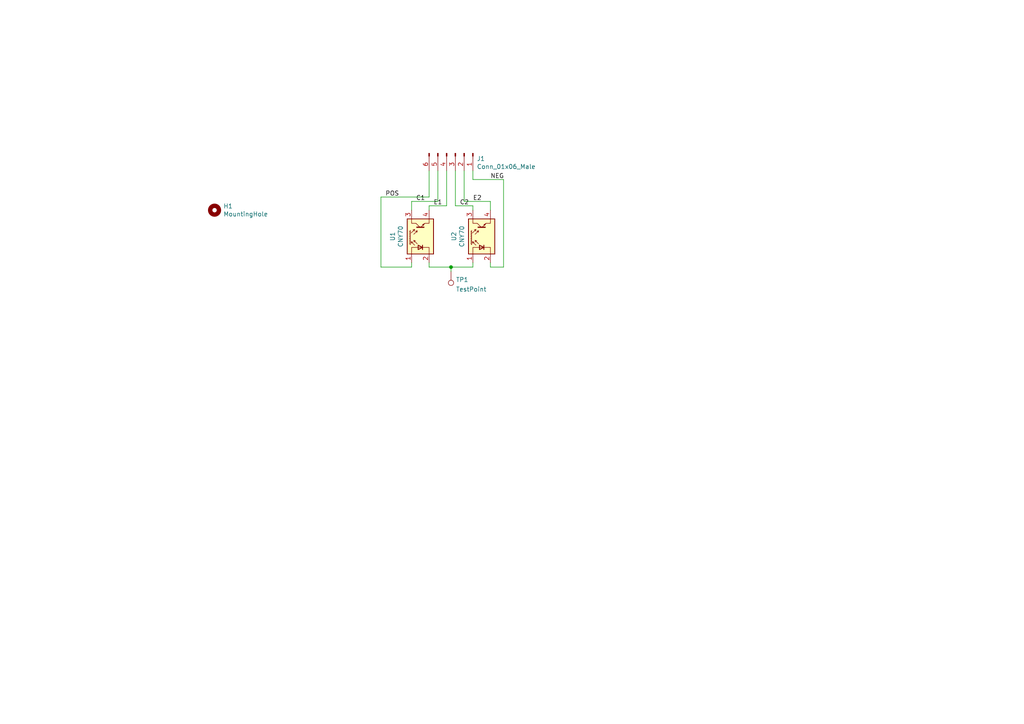
<source format=kicad_sch>
(kicad_sch (version 20211123) (generator eeschema)

  (uuid 804cc8c1-d2e9-4939-873d-482a768dd45c)

  (paper "A4")

  (lib_symbols
    (symbol "Connector:Conn_01x06_Male" (pin_names (offset 1.016) hide) (in_bom yes) (on_board yes)
      (property "Reference" "J" (id 0) (at 0 7.62 0)
        (effects (font (size 1.27 1.27)))
      )
      (property "Value" "Conn_01x06_Male" (id 1) (at 0 -10.16 0)
        (effects (font (size 1.27 1.27)))
      )
      (property "Footprint" "" (id 2) (at 0 0 0)
        (effects (font (size 1.27 1.27)) hide)
      )
      (property "Datasheet" "~" (id 3) (at 0 0 0)
        (effects (font (size 1.27 1.27)) hide)
      )
      (property "ki_keywords" "connector" (id 4) (at 0 0 0)
        (effects (font (size 1.27 1.27)) hide)
      )
      (property "ki_description" "Generic connector, single row, 01x06, script generated (kicad-library-utils/schlib/autogen/connector/)" (id 5) (at 0 0 0)
        (effects (font (size 1.27 1.27)) hide)
      )
      (property "ki_fp_filters" "Connector*:*_1x??_*" (id 6) (at 0 0 0)
        (effects (font (size 1.27 1.27)) hide)
      )
      (symbol "Conn_01x06_Male_1_1"
        (polyline
          (pts
            (xy 1.27 -7.62)
            (xy 0.8636 -7.62)
          )
          (stroke (width 0.1524) (type default) (color 0 0 0 0))
          (fill (type none))
        )
        (polyline
          (pts
            (xy 1.27 -5.08)
            (xy 0.8636 -5.08)
          )
          (stroke (width 0.1524) (type default) (color 0 0 0 0))
          (fill (type none))
        )
        (polyline
          (pts
            (xy 1.27 -2.54)
            (xy 0.8636 -2.54)
          )
          (stroke (width 0.1524) (type default) (color 0 0 0 0))
          (fill (type none))
        )
        (polyline
          (pts
            (xy 1.27 0)
            (xy 0.8636 0)
          )
          (stroke (width 0.1524) (type default) (color 0 0 0 0))
          (fill (type none))
        )
        (polyline
          (pts
            (xy 1.27 2.54)
            (xy 0.8636 2.54)
          )
          (stroke (width 0.1524) (type default) (color 0 0 0 0))
          (fill (type none))
        )
        (polyline
          (pts
            (xy 1.27 5.08)
            (xy 0.8636 5.08)
          )
          (stroke (width 0.1524) (type default) (color 0 0 0 0))
          (fill (type none))
        )
        (rectangle (start 0.8636 -7.493) (end 0 -7.747)
          (stroke (width 0.1524) (type default) (color 0 0 0 0))
          (fill (type outline))
        )
        (rectangle (start 0.8636 -4.953) (end 0 -5.207)
          (stroke (width 0.1524) (type default) (color 0 0 0 0))
          (fill (type outline))
        )
        (rectangle (start 0.8636 -2.413) (end 0 -2.667)
          (stroke (width 0.1524) (type default) (color 0 0 0 0))
          (fill (type outline))
        )
        (rectangle (start 0.8636 0.127) (end 0 -0.127)
          (stroke (width 0.1524) (type default) (color 0 0 0 0))
          (fill (type outline))
        )
        (rectangle (start 0.8636 2.667) (end 0 2.413)
          (stroke (width 0.1524) (type default) (color 0 0 0 0))
          (fill (type outline))
        )
        (rectangle (start 0.8636 5.207) (end 0 4.953)
          (stroke (width 0.1524) (type default) (color 0 0 0 0))
          (fill (type outline))
        )
        (pin passive line (at 5.08 5.08 180) (length 3.81)
          (name "Pin_1" (effects (font (size 1.27 1.27))))
          (number "1" (effects (font (size 1.27 1.27))))
        )
        (pin passive line (at 5.08 2.54 180) (length 3.81)
          (name "Pin_2" (effects (font (size 1.27 1.27))))
          (number "2" (effects (font (size 1.27 1.27))))
        )
        (pin passive line (at 5.08 0 180) (length 3.81)
          (name "Pin_3" (effects (font (size 1.27 1.27))))
          (number "3" (effects (font (size 1.27 1.27))))
        )
        (pin passive line (at 5.08 -2.54 180) (length 3.81)
          (name "Pin_4" (effects (font (size 1.27 1.27))))
          (number "4" (effects (font (size 1.27 1.27))))
        )
        (pin passive line (at 5.08 -5.08 180) (length 3.81)
          (name "Pin_5" (effects (font (size 1.27 1.27))))
          (number "5" (effects (font (size 1.27 1.27))))
        )
        (pin passive line (at 5.08 -7.62 180) (length 3.81)
          (name "Pin_6" (effects (font (size 1.27 1.27))))
          (number "6" (effects (font (size 1.27 1.27))))
        )
      )
    )
    (symbol "Connector:TestPoint" (pin_numbers hide) (pin_names (offset 0.762) hide) (in_bom yes) (on_board yes)
      (property "Reference" "TP" (id 0) (at 0 6.858 0)
        (effects (font (size 1.27 1.27)))
      )
      (property "Value" "TestPoint" (id 1) (at 0 5.08 0)
        (effects (font (size 1.27 1.27)))
      )
      (property "Footprint" "" (id 2) (at 5.08 0 0)
        (effects (font (size 1.27 1.27)) hide)
      )
      (property "Datasheet" "~" (id 3) (at 5.08 0 0)
        (effects (font (size 1.27 1.27)) hide)
      )
      (property "ki_keywords" "test point tp" (id 4) (at 0 0 0)
        (effects (font (size 1.27 1.27)) hide)
      )
      (property "ki_description" "test point" (id 5) (at 0 0 0)
        (effects (font (size 1.27 1.27)) hide)
      )
      (property "ki_fp_filters" "Pin* Test*" (id 6) (at 0 0 0)
        (effects (font (size 1.27 1.27)) hide)
      )
      (symbol "TestPoint_0_1"
        (circle (center 0 3.302) (radius 0.762)
          (stroke (width 0) (type default) (color 0 0 0 0))
          (fill (type none))
        )
      )
      (symbol "TestPoint_1_1"
        (pin passive line (at 0 0 90) (length 2.54)
          (name "1" (effects (font (size 1.27 1.27))))
          (number "1" (effects (font (size 1.27 1.27))))
        )
      )
    )
    (symbol "Mechanical:MountingHole" (pin_names (offset 1.016)) (in_bom yes) (on_board yes)
      (property "Reference" "H" (id 0) (at 0 5.08 0)
        (effects (font (size 1.27 1.27)))
      )
      (property "Value" "MountingHole" (id 1) (at 0 3.175 0)
        (effects (font (size 1.27 1.27)))
      )
      (property "Footprint" "" (id 2) (at 0 0 0)
        (effects (font (size 1.27 1.27)) hide)
      )
      (property "Datasheet" "~" (id 3) (at 0 0 0)
        (effects (font (size 1.27 1.27)) hide)
      )
      (property "ki_keywords" "mounting hole" (id 4) (at 0 0 0)
        (effects (font (size 1.27 1.27)) hide)
      )
      (property "ki_description" "Mounting Hole without connection" (id 5) (at 0 0 0)
        (effects (font (size 1.27 1.27)) hide)
      )
      (property "ki_fp_filters" "MountingHole*" (id 6) (at 0 0 0)
        (effects (font (size 1.27 1.27)) hide)
      )
      (symbol "MountingHole_0_1"
        (circle (center 0 0) (radius 1.27)
          (stroke (width 1.27) (type default) (color 0 0 0 0))
          (fill (type none))
        )
      )
    )
    (symbol "Sensor_Proximity:CNY70" (pin_names (offset 1.016) hide) (in_bom yes) (on_board yes)
      (property "Reference" "U" (id 0) (at -5.08 5.08 0)
        (effects (font (size 1.27 1.27)))
      )
      (property "Value" "CNY70" (id 1) (at 5.08 5.08 0)
        (effects (font (size 1.27 1.27)) (justify right))
      )
      (property "Footprint" "OptoDevice:Vishay_CNY70" (id 2) (at 0 -5.08 0)
        (effects (font (size 1.27 1.27)) hide)
      )
      (property "Datasheet" "https://www.vishay.com/docs/83751/cny70.pdf" (id 3) (at 0 2.54 0)
        (effects (font (size 1.27 1.27)) hide)
      )
      (property "ki_keywords" "Reflective Optical Sensor Opto" (id 4) (at 0 0 0)
        (effects (font (size 1.27 1.27)) hide)
      )
      (property "ki_description" "Reflective Optical Sensor with Transistor Output" (id 5) (at 0 0 0)
        (effects (font (size 1.27 1.27)) hide)
      )
      (property "ki_fp_filters" "Vishay*CNY70*" (id 6) (at 0 0 0)
        (effects (font (size 1.27 1.27)) hide)
      )
      (symbol "CNY70_0_1"
        (polyline
          (pts
            (xy -3.81 -0.635)
            (xy -2.54 -0.635)
          )
          (stroke (width 0.254) (type default) (color 0 0 0 0))
          (fill (type none))
        )
        (polyline
          (pts
            (xy -2.286 2.921)
            (xy -2.032 3.175)
          )
          (stroke (width 0) (type default) (color 0 0 0 0))
          (fill (type none))
        )
        (polyline
          (pts
            (xy -1.778 2.921)
            (xy -1.524 3.175)
          )
          (stroke (width 0) (type default) (color 0 0 0 0))
          (fill (type none))
        )
        (polyline
          (pts
            (xy -1.524 2.667)
            (xy -1.651 2.159)
          )
          (stroke (width 0) (type default) (color 0 0 0 0))
          (fill (type none))
        )
        (polyline
          (pts
            (xy -1.27 2.921)
            (xy -1.016 3.175)
          )
          (stroke (width 0) (type default) (color 0 0 0 0))
          (fill (type none))
        )
        (polyline
          (pts
            (xy -1.143 1.905)
            (xy -1.27 1.397)
          )
          (stroke (width 0) (type default) (color 0 0 0 0))
          (fill (type none))
        )
        (polyline
          (pts
            (xy -0.762 2.921)
            (xy -0.508 3.175)
          )
          (stroke (width 0) (type default) (color 0 0 0 0))
          (fill (type none))
        )
        (polyline
          (pts
            (xy -0.254 2.921)
            (xy 0 3.175)
          )
          (stroke (width 0) (type default) (color 0 0 0 0))
          (fill (type none))
        )
        (polyline
          (pts
            (xy 0.254 2.921)
            (xy 0.508 3.175)
          )
          (stroke (width 0) (type default) (color 0 0 0 0))
          (fill (type none))
        )
        (polyline
          (pts
            (xy 0.762 2.921)
            (xy 1.016 3.175)
          )
          (stroke (width 0) (type default) (color 0 0 0 0))
          (fill (type none))
        )
        (polyline
          (pts
            (xy 1.27 2.921)
            (xy 1.524 3.175)
          )
          (stroke (width 0) (type default) (color 0 0 0 0))
          (fill (type none))
        )
        (polyline
          (pts
            (xy 1.651 0.889)
            (xy 1.143 1.016)
          )
          (stroke (width 0) (type default) (color 0 0 0 0))
          (fill (type none))
        )
        (polyline
          (pts
            (xy 1.778 2.921)
            (xy -2.413 2.921)
          )
          (stroke (width 0) (type default) (color 0 0 0 0))
          (fill (type none))
        )
        (polyline
          (pts
            (xy 2.032 1.651)
            (xy 1.524 1.778)
          )
          (stroke (width 0) (type default) (color 0 0 0 0))
          (fill (type none))
        )
        (polyline
          (pts
            (xy 2.667 -0.127)
            (xy 3.81 -1.27)
          )
          (stroke (width 0) (type default) (color 0 0 0 0))
          (fill (type none))
        )
        (polyline
          (pts
            (xy 2.667 0.127)
            (xy 3.81 1.27)
          )
          (stroke (width 0) (type default) (color 0 0 0 0))
          (fill (type none))
        )
        (polyline
          (pts
            (xy -2.54 1.651)
            (xy -1.524 2.667)
            (xy -2.032 2.54)
          )
          (stroke (width 0) (type default) (color 0 0 0 0))
          (fill (type none))
        )
        (polyline
          (pts
            (xy -2.159 0.889)
            (xy -1.143 1.905)
            (xy -1.651 1.778)
          )
          (stroke (width 0) (type default) (color 0 0 0 0))
          (fill (type none))
        )
        (polyline
          (pts
            (xy 0.635 1.905)
            (xy 1.651 0.889)
            (xy 1.524 1.397)
          )
          (stroke (width 0) (type default) (color 0 0 0 0))
          (fill (type none))
        )
        (polyline
          (pts
            (xy 1.016 2.667)
            (xy 2.032 1.651)
            (xy 1.905 2.159)
          )
          (stroke (width 0) (type default) (color 0 0 0 0))
          (fill (type none))
        )
        (polyline
          (pts
            (xy 2.667 1.016)
            (xy 2.667 -1.016)
            (xy 2.667 -1.016)
          )
          (stroke (width 0.3556) (type default) (color 0 0 0 0))
          (fill (type none))
        )
        (polyline
          (pts
            (xy 3.81 -1.27)
            (xy 3.81 -2.54)
            (xy 5.08 -2.54)
          )
          (stroke (width 0) (type default) (color 0 0 0 0))
          (fill (type none))
        )
        (polyline
          (pts
            (xy 3.81 1.27)
            (xy 3.81 2.54)
            (xy 5.08 2.54)
          )
          (stroke (width 0) (type default) (color 0 0 0 0))
          (fill (type none))
        )
        (polyline
          (pts
            (xy -5.08 -2.54)
            (xy -3.175 -2.54)
            (xy -3.175 2.54)
            (xy -5.08 2.54)
          )
          (stroke (width 0) (type default) (color 0 0 0 0))
          (fill (type none))
        )
        (polyline
          (pts
            (xy -3.175 -0.635)
            (xy -3.81 0.635)
            (xy -2.54 0.635)
            (xy -3.175 -0.635)
          )
          (stroke (width 0.254) (type default) (color 0 0 0 0))
          (fill (type none))
        )
        (polyline
          (pts
            (xy 3.683 -1.143)
            (xy 3.429 -0.635)
            (xy 3.175 -0.889)
            (xy 3.683 -1.143)
          )
          (stroke (width 0) (type default) (color 0 0 0 0))
          (fill (type none))
        )
        (polyline
          (pts
            (xy -5.08 -3.81)
            (xy 5.08 -3.81)
            (xy 5.08 3.81)
            (xy -5.08 3.81)
            (xy -5.08 -3.81)
          )
          (stroke (width 0.254) (type default) (color 0 0 0 0))
          (fill (type background))
        )
      )
      (symbol "CNY70_1_1"
        (pin passive line (at -7.62 2.54 0) (length 2.54)
          (name "A" (effects (font (size 1.27 1.27))))
          (number "1" (effects (font (size 1.27 1.27))))
        )
        (pin passive line (at -7.62 -2.54 0) (length 2.54)
          (name "K" (effects (font (size 1.27 1.27))))
          (number "2" (effects (font (size 1.27 1.27))))
        )
        (pin open_collector line (at 7.62 2.54 180) (length 2.54)
          (name "C" (effects (font (size 1.27 1.27))))
          (number "3" (effects (font (size 1.27 1.27))))
        )
        (pin open_emitter line (at 7.62 -2.54 180) (length 2.54)
          (name "E" (effects (font (size 1.27 1.27))))
          (number "4" (effects (font (size 1.27 1.27))))
        )
      )
    )
  )

  (junction (at 130.81 77.47) (diameter 0) (color 0 0 0 0)
    (uuid d2925743-944a-4362-b80c-3f5c4d6ecd42)
  )

  (wire (pts (xy 134.62 49.53) (xy 134.62 58.42))
    (stroke (width 0) (type default) (color 0 0 0 0))
    (uuid 00ece1e8-e780-4310-afee-001a4944d569)
  )
  (wire (pts (xy 137.16 49.53) (xy 137.16 52.07))
    (stroke (width 0) (type default) (color 0 0 0 0))
    (uuid 05ae2178-4240-489f-a8be-d25d204c0baa)
  )
  (wire (pts (xy 119.38 77.47) (xy 119.38 76.2))
    (stroke (width 0) (type default) (color 0 0 0 0))
    (uuid 07bb3007-2a96-4334-bb59-695193937c7e)
  )
  (wire (pts (xy 110.49 57.15) (xy 110.49 77.47))
    (stroke (width 0) (type default) (color 0 0 0 0))
    (uuid 20bb0622-d5e3-45ed-b8bc-4e994fecae80)
  )
  (wire (pts (xy 127 49.53) (xy 127 58.42))
    (stroke (width 0) (type default) (color 0 0 0 0))
    (uuid 2b83e164-bf37-4447-8ef5-3e14ded28975)
  )
  (wire (pts (xy 124.46 59.69) (xy 129.54 59.69))
    (stroke (width 0) (type default) (color 0 0 0 0))
    (uuid 2f0cd401-88fc-45ec-b24d-cd10688225c7)
  )
  (wire (pts (xy 124.46 49.53) (xy 124.46 57.15))
    (stroke (width 0) (type default) (color 0 0 0 0))
    (uuid 30892590-4589-43e8-b545-93d9ccb8a20d)
  )
  (wire (pts (xy 130.81 78.74) (xy 130.81 77.47))
    (stroke (width 0) (type default) (color 0 0 0 0))
    (uuid 43390cca-9f21-4e30-a809-c8b862d9faf5)
  )
  (wire (pts (xy 142.24 77.47) (xy 146.05 77.47))
    (stroke (width 0) (type default) (color 0 0 0 0))
    (uuid 6122cca0-1bf1-499f-86bb-e71d6d541182)
  )
  (wire (pts (xy 132.08 49.53) (xy 132.08 59.69))
    (stroke (width 0) (type default) (color 0 0 0 0))
    (uuid 633db3f4-84c0-488b-b63a-4fde50b1260c)
  )
  (wire (pts (xy 137.16 77.47) (xy 137.16 76.2))
    (stroke (width 0) (type default) (color 0 0 0 0))
    (uuid 66f81827-39d6-4703-b9cf-f21912c59b15)
  )
  (wire (pts (xy 142.24 58.42) (xy 142.24 60.96))
    (stroke (width 0) (type default) (color 0 0 0 0))
    (uuid 67b8f339-4f3d-4a6d-8136-e4a46c2a4c08)
  )
  (wire (pts (xy 119.38 58.42) (xy 119.38 60.96))
    (stroke (width 0) (type default) (color 0 0 0 0))
    (uuid 69589676-b871-4fe1-9b92-56413be54097)
  )
  (wire (pts (xy 127 58.42) (xy 119.38 58.42))
    (stroke (width 0) (type default) (color 0 0 0 0))
    (uuid 6c8efbde-db04-4697-8aad-566f3e6a0e4d)
  )
  (wire (pts (xy 137.16 59.69) (xy 137.16 60.96))
    (stroke (width 0) (type default) (color 0 0 0 0))
    (uuid 7bec6852-0c80-4b28-8b32-acff97f22ef5)
  )
  (wire (pts (xy 129.54 59.69) (xy 129.54 49.53))
    (stroke (width 0) (type default) (color 0 0 0 0))
    (uuid 87d0df38-8c2a-4712-afb3-de7723cb5a30)
  )
  (wire (pts (xy 142.24 76.2) (xy 142.24 77.47))
    (stroke (width 0) (type default) (color 0 0 0 0))
    (uuid 8c4477df-be06-4575-b1c2-ab780ed35c77)
  )
  (wire (pts (xy 110.49 77.47) (xy 119.38 77.47))
    (stroke (width 0) (type default) (color 0 0 0 0))
    (uuid 96a12bee-f528-41c8-9d8f-5e185b870b1a)
  )
  (wire (pts (xy 124.46 60.96) (xy 124.46 59.69))
    (stroke (width 0) (type default) (color 0 0 0 0))
    (uuid a487f9b4-a5ef-4301-8e8e-11b7589dbdbd)
  )
  (wire (pts (xy 124.46 77.47) (xy 130.81 77.47))
    (stroke (width 0) (type default) (color 0 0 0 0))
    (uuid d4298941-7cfd-44cd-b601-fe11b688bb65)
  )
  (wire (pts (xy 134.62 58.42) (xy 142.24 58.42))
    (stroke (width 0) (type default) (color 0 0 0 0))
    (uuid eacf8fc4-b8e9-4a71-9041-9f01a94a9e80)
  )
  (wire (pts (xy 124.46 76.2) (xy 124.46 77.47))
    (stroke (width 0) (type default) (color 0 0 0 0))
    (uuid ed25f76d-1feb-4afc-a0d0-f80ea40e4fb0)
  )
  (wire (pts (xy 137.16 52.07) (xy 146.05 52.07))
    (stroke (width 0) (type default) (color 0 0 0 0))
    (uuid ee7c7120-71c4-42fb-9988-b1a841847c16)
  )
  (wire (pts (xy 132.08 59.69) (xy 137.16 59.69))
    (stroke (width 0) (type default) (color 0 0 0 0))
    (uuid f0ce2e1b-7b43-4ced-95b7-99b2afca2b27)
  )
  (wire (pts (xy 124.46 57.15) (xy 110.49 57.15))
    (stroke (width 0) (type default) (color 0 0 0 0))
    (uuid f145fea4-13ef-4e87-aed9-e5e7cab21927)
  )
  (wire (pts (xy 146.05 52.07) (xy 146.05 77.47))
    (stroke (width 0) (type default) (color 0 0 0 0))
    (uuid f5fb0d39-d52e-4f09-a684-d6708cef16cd)
  )
  (wire (pts (xy 130.81 77.47) (xy 137.16 77.47))
    (stroke (width 0) (type default) (color 0 0 0 0))
    (uuid f96146e0-d3b5-4ca2-be41-6ec641aada57)
  )

  (label "E2" (at 137.16 58.42 0)
    (effects (font (size 1.27 1.27)) (justify left bottom))
    (uuid 23533fb8-3bdf-4bb9-a086-2524ad17ba8b)
  )
  (label "NEG" (at 142.24 52.07 0)
    (effects (font (size 1.27 1.27)) (justify left bottom))
    (uuid 284ed3a0-544b-458d-b960-654a824c57d9)
  )
  (label "C1" (at 120.65 58.42 0)
    (effects (font (size 1.27 1.27)) (justify left bottom))
    (uuid 39284ec1-bf26-4010-9bd2-c01d188aa29a)
  )
  (label "C2" (at 133.35 59.69 0)
    (effects (font (size 1.27 1.27)) (justify left bottom))
    (uuid 7c461d9b-92e9-42f7-913a-643dc1594166)
  )
  (label "E1" (at 125.73 59.69 0)
    (effects (font (size 1.27 1.27)) (justify left bottom))
    (uuid 9c8dbb2a-4de5-4366-afb1-1aa8d4a8d569)
  )
  (label "POS" (at 111.76 57.15 0)
    (effects (font (size 1.27 1.27)) (justify left bottom))
    (uuid cbda9a2c-8333-40ef-88ef-1b232e42b424)
  )

  (symbol (lib_id "Sensor_Proximity:CNY70") (at 121.92 68.58 90) (unit 1)
    (in_bom yes) (on_board yes)
    (uuid 00000000-0000-0000-0000-0000603b0913)
    (property "Reference" "U1" (id 0) (at 113.8682 68.58 0))
    (property "Value" "CNY70" (id 1) (at 116.1796 68.58 0))
    (property "Footprint" "OptoDevice:Vishay_CNY70" (id 2) (at 127 68.58 0)
      (effects (font (size 1.27 1.27)) hide)
    )
    (property "Datasheet" "https://www.vishay.com/docs/83751/cny70.pdf" (id 3) (at 119.38 68.58 0)
      (effects (font (size 1.27 1.27)) hide)
    )
    (pin "1" (uuid e41cd366-ac0b-4f59-b510-02832bc4ee64))
    (pin "2" (uuid b2286659-d40b-4619-a9d8-743f623ee9d5))
    (pin "3" (uuid ad48180c-73bb-4cba-941b-7659b130bb4f))
    (pin "4" (uuid a0e8de65-da3b-4ebd-a827-15b001f286d3))
  )

  (symbol (lib_id "Sensor_Proximity:CNY70") (at 139.7 68.58 90) (unit 1)
    (in_bom yes) (on_board yes)
    (uuid 00000000-0000-0000-0000-0000603b3cb5)
    (property "Reference" "U2" (id 0) (at 131.6482 68.58 0))
    (property "Value" "CNY70" (id 1) (at 133.9596 68.58 0))
    (property "Footprint" "OptoDevice:Vishay_CNY70" (id 2) (at 144.78 68.58 0)
      (effects (font (size 1.27 1.27)) hide)
    )
    (property "Datasheet" "https://www.vishay.com/docs/83751/cny70.pdf" (id 3) (at 137.16 68.58 0)
      (effects (font (size 1.27 1.27)) hide)
    )
    (pin "1" (uuid dd925f7f-6173-4043-8433-219a6a147732))
    (pin "2" (uuid 37ed7774-c67f-4bb7-ba89-37762335d011))
    (pin "3" (uuid 357f0b59-7292-44f8-ad9d-dfbe69ec0009))
    (pin "4" (uuid baba3141-b012-4831-b667-b4f0baf6e210))
  )

  (symbol (lib_id "Mechanical:MountingHole") (at 62.23 60.96 0) (unit 1)
    (in_bom yes) (on_board yes)
    (uuid 00000000-0000-0000-0000-0000603b60f7)
    (property "Reference" "H1" (id 0) (at 64.77 59.7916 0)
      (effects (font (size 1.27 1.27)) (justify left))
    )
    (property "Value" "MountingHole" (id 1) (at 64.77 62.103 0)
      (effects (font (size 1.27 1.27)) (justify left))
    )
    (property "Footprint" "Mounting_Holes:MountingHole_3.2mm_M3" (id 2) (at 62.23 60.96 0)
      (effects (font (size 1.27 1.27)) hide)
    )
    (property "Datasheet" "~" (id 3) (at 62.23 60.96 0)
      (effects (font (size 1.27 1.27)) hide)
    )
  )

  (symbol (lib_id "Connector:Conn_01x06_Male") (at 132.08 44.45 270) (unit 1)
    (in_bom yes) (on_board yes)
    (uuid 00000000-0000-0000-0000-0000603d757b)
    (property "Reference" "J1" (id 0) (at 138.2776 46.0248 90)
      (effects (font (size 1.27 1.27)) (justify left))
    )
    (property "Value" "Conn_01x06_Male" (id 1) (at 138.2776 48.3362 90)
      (effects (font (size 1.27 1.27)) (justify left))
    )
    (property "Footprint" "Pin_Headers:Pin_Header_Angled_1x06_Pitch2.54mm" (id 2) (at 132.08 44.45 0)
      (effects (font (size 1.27 1.27)) hide)
    )
    (property "Datasheet" "~" (id 3) (at 132.08 44.45 0)
      (effects (font (size 1.27 1.27)) hide)
    )
    (pin "1" (uuid 00a1e309-8482-4207-be82-28f30feea6aa))
    (pin "2" (uuid c5379b74-b665-49af-9e40-eafaa515f7cf))
    (pin "3" (uuid 90deacb2-7226-4761-b432-6ca437bdfa6f))
    (pin "4" (uuid 3862e696-f9bb-488a-ae51-1580cb9d4f56))
    (pin "5" (uuid 12ddb7c4-624f-429b-809a-29299a902bdf))
    (pin "6" (uuid ad041308-4470-4a45-a3b1-99579fb79458))
  )

  (symbol (lib_id "Connector:TestPoint") (at 130.81 78.74 180) (unit 1)
    (in_bom yes) (on_board yes) (fields_autoplaced)
    (uuid 120b3f19-c700-476b-9946-4dba77474509)
    (property "Reference" "TP1" (id 0) (at 132.207 81.1335 0)
      (effects (font (size 1.27 1.27)) (justify right))
    )
    (property "Value" "TestPoint" (id 1) (at 132.207 83.9086 0)
      (effects (font (size 1.27 1.27)) (justify right))
    )
    (property "Footprint" "TestPoint:TestPoint_Pad_1.0x1.0mm" (id 2) (at 125.73 78.74 0)
      (effects (font (size 1.27 1.27)) hide)
    )
    (property "Datasheet" "~" (id 3) (at 125.73 78.74 0)
      (effects (font (size 1.27 1.27)) hide)
    )
    (pin "1" (uuid dca9cf1c-fd24-4b10-9a76-3a0e483e8bee))
  )

  (sheet_instances
    (path "/" (page "1"))
  )

  (symbol_instances
    (path "/00000000-0000-0000-0000-0000603b60f7"
      (reference "H1") (unit 1) (value "MountingHole") (footprint "Mounting_Holes:MountingHole_3.2mm_M3")
    )
    (path "/00000000-0000-0000-0000-0000603d757b"
      (reference "J1") (unit 1) (value "Conn_01x06_Male") (footprint "Pin_Headers:Pin_Header_Angled_1x06_Pitch2.54mm")
    )
    (path "/120b3f19-c700-476b-9946-4dba77474509"
      (reference "TP1") (unit 1) (value "TestPoint") (footprint "TestPoint:TestPoint_Pad_1.0x1.0mm")
    )
    (path "/00000000-0000-0000-0000-0000603b0913"
      (reference "U1") (unit 1) (value "CNY70") (footprint "OptoDevice:Vishay_CNY70")
    )
    (path "/00000000-0000-0000-0000-0000603b3cb5"
      (reference "U2") (unit 1) (value "CNY70") (footprint "OptoDevice:Vishay_CNY70")
    )
  )
)

</source>
